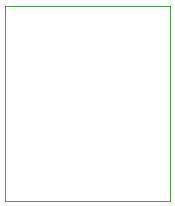
<source format=gbr>
%TF.GenerationSoftware,KiCad,Pcbnew,9.0.4*%
%TF.CreationDate,2025-10-01T23:03:59+01:00*%
%TF.ProjectId,vm_rgb_led,766d5f72-6762-45f6-9c65-642e6b696361,0.4*%
%TF.SameCoordinates,PX518a060PY47868c0*%
%TF.FileFunction,Other,User*%
%FSLAX45Y45*%
G04 Gerber Fmt 4.5, Leading zero omitted, Abs format (unit mm)*
G04 Created by KiCad (PCBNEW 9.0.4) date 2025-10-01 23:03:59*
%MOMM*%
%LPD*%
G01*
G04 APERTURE LIST*
%ADD10C,0.100000*%
%ADD11C,0.009990*%
%ADD12C,0.010830*%
%ADD13C,0.020870*%
%ADD14C,0.030680*%
%ADD15C,0.040730*%
%ADD16C,0.050790*%
%ADD17C,0.061260*%
%ADD18C,0.070940*%
%ADD19C,0.010740*%
%ADD20C,0.020680*%
%ADD21C,0.030950*%
%ADD22C,0.040680*%
%ADD23C,0.050650*%
%ADD24C,0.060840*%
%ADD25C,0.070650*%
%ADD26C,0.030670*%
%ADD27C,0.040760*%
%ADD28C,0.050750*%
%ADD29C,0.010820*%
%ADD30C,0.020690*%
%ADD31C,0.030830*%
%ADD32C,0.040690*%
%ADD33C,0.050840*%
%ADD34C,0.010710*%
%ADD35C,0.020780*%
%ADD36C,0.040800*%
%ADD37C,0.050870*%
%ADD38C,0.060820*%
G04 APERTURE END LIST*
D10*
X-700000Y825000D02*
X700000Y825000D01*
X700000Y-825000D01*
X-700000Y-825000D01*
X-700000Y825000D01*
D11*
%TO.C,GS5*%
X150000Y825000D02*
X150000Y825000D01*
D12*
X150000Y825000D02*
X150000Y825000D01*
D13*
X150000Y825000D02*
X150000Y825000D01*
D14*
X150000Y825000D02*
X150000Y825000D01*
D15*
X150000Y825000D02*
X150000Y825000D01*
D16*
X150000Y825000D02*
X150000Y825000D01*
D17*
X150000Y825000D02*
X150000Y825000D01*
D18*
X150000Y825000D02*
X150000Y825000D01*
D11*
%TO.C,GS3*%
X-700000Y250000D02*
X-700000Y250000D01*
D19*
X-700000Y250000D02*
X-700000Y250000D01*
D20*
X-700000Y250000D02*
X-700000Y250000D01*
D21*
X-700000Y250000D02*
X-700000Y250000D01*
D22*
X-700000Y250000D02*
X-700000Y250000D01*
D23*
X-700000Y250000D02*
X-700000Y250000D01*
D24*
X-700000Y250000D02*
X-700000Y250000D01*
D25*
X-700000Y250000D02*
X-700000Y250000D01*
D11*
%TO.C,GS4*%
X-50000Y825000D02*
X-50000Y825000D01*
D12*
X-50000Y825000D02*
X-50000Y825000D01*
D13*
X-50000Y825000D02*
X-50000Y825000D01*
D26*
X-50000Y825000D02*
X-50000Y825000D01*
D27*
X-50000Y825000D02*
X-50000Y825000D01*
D28*
X-50000Y825000D02*
X-50000Y825000D01*
D11*
%TO.C,GS6*%
X-250000Y825000D02*
X-250000Y825000D01*
D29*
X-250000Y825000D02*
X-250000Y825000D01*
D30*
X-250000Y825000D02*
X-250000Y825000D01*
D31*
X-250000Y825000D02*
X-250000Y825000D01*
D32*
X-250000Y825000D02*
X-250000Y825000D01*
D33*
X-250000Y825000D02*
X-250000Y825000D01*
D11*
%TO.C,GS2*%
X-700000Y-250000D02*
X-700000Y-250000D01*
D34*
X-700000Y-250000D02*
X-700000Y-250000D01*
D35*
X-700000Y-250000D02*
X-700000Y-250000D01*
D14*
X-700000Y-250000D02*
X-700000Y-250000D01*
D11*
%TO.C,GS1*%
X-700000Y0D02*
X-700000Y0D01*
D19*
X-700000Y0D02*
X-700000Y0D01*
D20*
X-700000Y0D02*
X-700000Y0D01*
D21*
X-700000Y0D02*
X-700000Y0D01*
D36*
X-700000Y0D02*
X-700000Y0D01*
D37*
X-700000Y0D02*
X-700000Y0D01*
D38*
X-700000Y0D02*
X-700000Y0D01*
%TD*%
M02*

</source>
